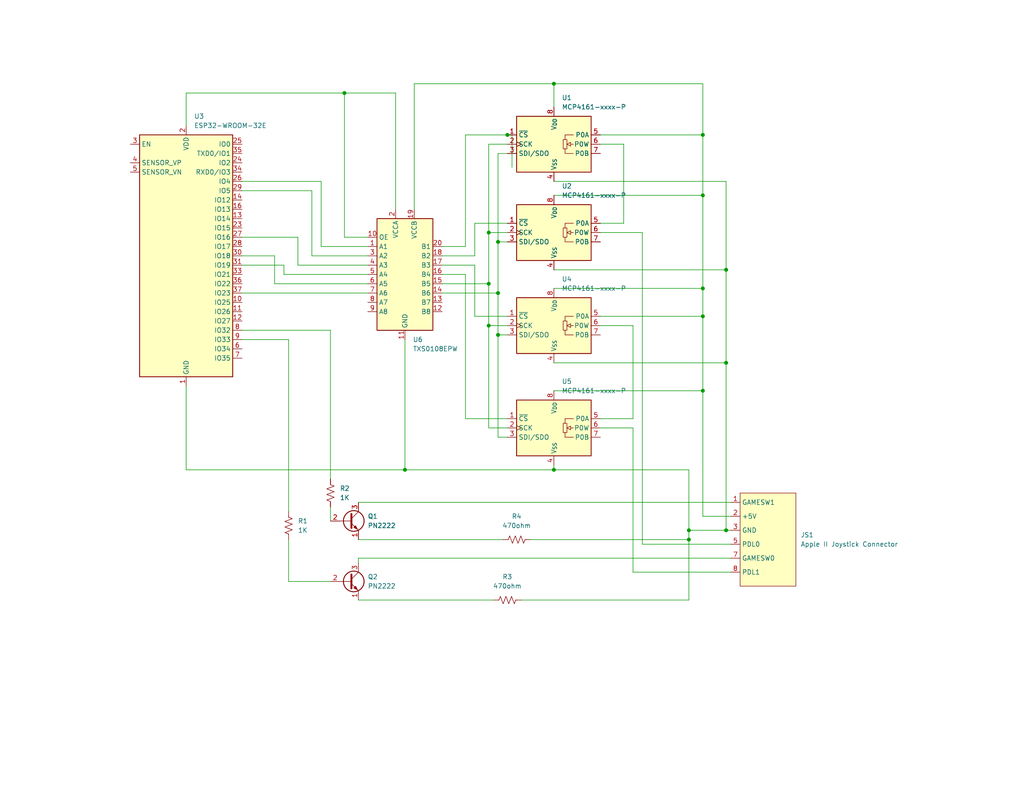
<source format=kicad_sch>
(kicad_sch (version 20250114) (generator "eeschema") (generator_version "9.0")
  (paper "USLetter")
  (lib_symbols
    (symbol "Device:R_US" (pin_numbers (hide yes)) (pin_names (offset 0))
      (property "Reference" "R" (at 2.54 0 90))
      (property "Value" "R_US" (at -2.54 0 90))
      (symbol "R_US_0_1"
        (polyline (pts (xy 0 2.286) (xy 0 2.54)))
        (polyline (pts (xy 0 2.286) (xy 1.016 1.905) (xy 0 1.524) (xy -1.016 1.143) (xy 0 0.762)))
        (polyline (pts (xy 0 0.762) (xy 1.016 0.381) (xy 0 0) (xy -1.016 -0.381) (xy 0 -0.762)))
        (polyline (pts (xy 0 -0.762) (xy 1.016 -1.143) (xy 0 -1.524) (xy -1.016 -1.905) (xy 0 -2.286)))
        (polyline (pts (xy 0 -2.286) (xy 0 -2.54)))
      )
      (symbol "R_US_1_1"
        (pin passive line (at 0 3.81 270) (length 1.27) (name "~") (number "1"))
        (pin passive line (at 0 -3.81 90) (length 1.27) (name "~") (number "2"))
      )
    )
    (symbol "Logic_LevelTranslator:TXS0108EPW"
      (property "Reference" "U" (at -6.35 16.51 0))
      (property "Value" "TXS0108EPW" (at 3.81 16.51 0))
      (symbol "TXS0108EPW_0_1"
        (rectangle (start -7.62 15.24) (end 7.62 -15.24) (stroke (width 0.254)) (fill (type background)))
      )
      (symbol "TXS0108EPW_1_1"
        (pin input line (at -10.16 10.16 0) (length 2.54) (name "OE") (number "10"))
        (pin bidirectional line (at -10.16 7.62 0) (length 2.54) (name "A1") (number "1"))
        (pin bidirectional line (at -10.16 5.08 0) (length 2.54) (name "A2") (number "3"))
        (pin bidirectional line (at -10.16 2.54 0) (length 2.54) (name "A3") (number "4"))
        (pin bidirectional line (at -10.16 0 0) (length 2.54) (name "A4") (number "5"))
        (pin bidirectional line (at -10.16 -2.54 0) (length 2.54) (name "A5") (number "6"))
        (pin bidirectional line (at -10.16 -5.08 0) (length 2.54) (name "A6") (number "7"))
        (pin bidirectional line (at -10.16 -7.62 0) (length 2.54) (name "A7") (number "8"))
        (pin bidirectional line (at -10.16 -10.16 0) (length 2.54) (name "A8") (number "9"))
        (pin power_in line (at -2.54 17.78 270) (length 2.54) (name "VCCA") (number "2"))
        (pin power_in line (at 0 -17.78 90) (length 2.54) (name "GND") (number "11"))
        (pin power_in line (at 2.54 17.78 270) (length 2.54) (name "VCCB") (number "19"))
        (pin bidirectional line (at 10.16 7.62 180) (length 2.54) (name "B1") (number "20"))
        (pin bidirectional line (at 10.16 5.08 180) (length 2.54) (name "B2") (number "18"))
        (pin bidirectional line (at 10.16 2.54 180) (length 2.54) (name "B3") (number "17"))
        (pin bidirectional line (at 10.16 0 180) (length 2.54) (name "B4") (number "16"))
        (pin bidirectional line (at 10.16 -2.54 180) (length 2.54) (name "B5") (number "15"))
        (pin bidirectional line (at 10.16 -5.08 180) (length 2.54) (name "B6") (number "14"))
        (pin bidirectional line (at 10.16 -7.62 180) (length 2.54) (name "B7") (number "13"))
        (pin bidirectional line (at 10.16 -10.16 180) (length 2.54) (name "B8") (number "12"))
      )
    )
    (symbol "Potentiometer_Digital:MCP4161-xxxx-P"
      (property "Reference" "U" (at 2.54 11.43 0))
      (property "Value" "MCP4161-xxxx-P" (at 2.54 8.89 0))
      (symbol "MCP4161-xxxx-P_0_0"
        (pin input line (at -12.7 2.54 0) (length 2.54) (name "~{CS}") (number "1"))
        (pin input clock (at -12.7 0 0) (length 2.54) (name "SCK") (number "2"))
        (pin bidirectional line (at -12.7 -2.54 0) (length 2.54) (name "SDI/SDO") (number "3"))
        (pin power_in line (at 0 10.16 270) (length 2.54) (name "V_{DD}") (number "8"))
        (pin power_in line (at 0 -10.16 90) (length 2.54) (name "V_{SS}") (number "4"))
        (pin passive line (at 12.7 2.54 180) (length 2.54) (name "P0A") (number "5"))
        (pin passive line (at 12.7 0 180) (length 2.54) (name "P0W") (number "6"))
        (pin passive line (at 12.7 -2.54 180) (length 2.54) (name "P0B") (number "7"))
      )
      (symbol "MCP4161-xxxx-P_0_1"
        (rectangle (start 2.54 1.27) (end 3.556 -1.27))
        (polyline (pts (xy 3.048 -1.27) (xy 3.048 -2.54) (xy 5.334 -2.54)))
        (polyline (pts (xy 4.572 0.508) (xy 3.556 0) (xy 4.572 -0.508) (xy 4.572 0.508)))
        (polyline (pts (xy 4.572 0) (xy 5.334 0)))
        (polyline (pts (xy 5.334 2.54) (xy 3.048 2.54) (xy 3.048 1.27)))
      )
      (symbol "MCP4161-xxxx-P_1_1"
        (rectangle (start -10.16 7.62) (end 10.16 -7.62) (stroke (width 0.254)) (fill (type background)))
      )
    )
    (symbol "RF_Module:ESP32-WROOM-32E"
      (property "Reference" "U" (at -12.7 34.29 0))
      (property "Value" "ESP32-WROOM-32E" (at 1.27 34.29 0))
      (symbol "ESP32-WROOM-32E_0_1"
        (rectangle (start -12.7 33.02) (end 12.7 -33.02) (stroke (width 0.254)) (fill (type background)))
      )
      (symbol "ESP32-WROOM-32E_1_1"
        (pin input line (at -15.24 30.48 0) (length 2.54) (name "EN") (number "3"))
        (pin input line (at -15.24 25.4 0) (length 2.54) (name "SENSOR_VP") (number "4"))
        (pin input line (at -15.24 22.86 0) (length 2.54) (name "SENSOR_VN") (number "5"))
        (pin no_connect line (at -12.7 0 0) (length 2.54) (hide yes) (name "NC") (number "21"))
        (pin no_connect line (at -12.7 -2.54 0) (length 2.54) (hide yes) (name "NC") (number "22"))
        (pin no_connect line (at -12.7 -5.08 0) (length 2.54) (hide yes) (name "NC") (number "17"))
        (pin no_connect line (at -12.7 -7.62 0) (length 2.54) (hide yes) (name "NC") (number "18"))
        (pin no_connect line (at -12.7 -10.16 0) (length 2.54) (hide yes) (name "NC") (number "20"))
        (pin no_connect line (at -12.7 -12.7 0) (length 2.54) (hide yes) (name "NC") (number "19"))
        (pin no_connect line (at -12.7 -27.94 0) (length 2.54) (hide yes) (name "NC") (number "32"))
        (pin power_in line (at 0 35.56 270) (length 2.54) (name "VDD") (number "2"))
        (pin power_in line (at 0 -35.56 90) (length 2.54) (name "GND") (number "1"))
        (pin passive line (at 0 -35.56 90) (length 2.54) (hide yes) (name "GND") (number "15"))
        (pin passive line (at 0 -35.56 90) (length 2.54) (hide yes) (name "GND") (number "38"))
        (pin passive line (at 0 -35.56 90) (length 2.54) (hide yes) (name "GND") (number "39"))
        (pin bidirectional line (at 15.24 30.48 180) (length 2.54) (name "IO0") (number "25"))
        (pin bidirectional line (at 15.24 27.94 180) (length 2.54) (name "TXD0/IO1") (number "35"))
        (pin bidirectional line (at 15.24 25.4 180) (length 2.54) (name "IO2") (number "24"))
        (pin bidirectional line (at 15.24 22.86 180) (length 2.54) (name "RXD0/IO3") (number "34"))
        (pin bidirectional line (at 15.24 20.32 180) (length 2.54) (name "IO4") (number "26"))
        (pin bidirectional line (at 15.24 17.78 180) (length 2.54) (name "IO5") (number "29"))
        (pin bidirectional line (at 15.24 15.24 180) (length 2.54) (name "IO12") (number "14"))
        (pin bidirectional line (at 15.24 12.7 180) (length 2.54) (name "IO13") (number "16"))
        (pin bidirectional line (at 15.24 10.16 180) (length 2.54) (name "IO14") (number "13"))
        (pin bidirectional line (at 15.24 7.62 180) (length 2.54) (name "IO15") (number "23"))
        (pin bidirectional line (at 15.24 5.08 180) (length 2.54) (name "IO16") (number "27"))
        (pin bidirectional line (at 15.24 2.54 180) (length 2.54) (name "IO17") (number "28"))
        (pin bidirectional line (at 15.24 0 180) (length 2.54) (name "IO18") (number "30"))
        (pin bidirectional line (at 15.24 -2.54 180) (length 2.54) (name "IO19") (number "31"))
        (pin bidirectional line (at 15.24 -5.08 180) (length 2.54) (name "IO21") (number "33"))
        (pin bidirectional line (at 15.24 -7.62 180) (length 2.54) (name "IO22") (number "36"))
        (pin bidirectional line (at 15.24 -10.16 180) (length 2.54) (name "IO23") (number "37"))
        (pin bidirectional line (at 15.24 -12.7 180) (length 2.54) (name "IO25") (number "10"))
        (pin bidirectional line (at 15.24 -15.24 180) (length 2.54) (name "IO26") (number "11"))
        (pin bidirectional line (at 15.24 -17.78 180) (length 2.54) (name "IO27") (number "12"))
        (pin bidirectional line (at 15.24 -20.32 180) (length 2.54) (name "IO32") (number "8"))
        (pin bidirectional line (at 15.24 -22.86 180) (length 2.54) (name "IO33") (number "9"))
        (pin input line (at 15.24 -25.4 180) (length 2.54) (name "IO34") (number "6"))
        (pin input line (at 15.24 -27.94 180) (length 2.54) (name "IO35") (number "7"))
      )
    )
    (symbol "Transistor_BJT:PN2222A" (pin_names (offset 0) (hide yes))
      (property "Reference" "Q" (at 5.08 1.905 0))
      (property "Value" "PN2222A" (at 5.08 0 0))
      (symbol "PN2222A_0_1"
        (polyline (pts (xy -2.54 0) (xy 0.635 0)))
        (polyline (pts (xy 0.635 1.905) (xy 0.635 -1.905)) (stroke (width 0.508)))
        (circle (center 1.27 0) (radius 2.8194) (stroke (width 0.254)))
      )
      (symbol "PN2222A_1_1"
        (polyline (pts (xy 0.635 0.635) (xy 2.54 2.54)))
        (polyline (pts (xy 0.635 -0.635) (xy 2.54 -2.54)))
        (polyline (pts (xy 1.27 -1.778) (xy 1.778 -1.27) (xy 2.286 -2.286) (xy 1.27 -1.778)) (fill (type outline)))
        (pin input line (at -5.08 0 0) (length 2.54) (name "B") (number "2"))
        (pin passive line (at 2.54 5.08 270) (length 2.54) (name "C") (number "3"))
        (pin passive line (at 2.54 -5.08 90) (length 2.54) (name "E") (number "1"))
      )
    )
    (symbol "kicadlib:AppleIIJoystick"
      (property "Reference" "JS" (at 0 6.096 0))
      (symbol "AppleIIJoystick_0_1"
        (rectangle (start -7.62 3.81) (end 7.62 -21.59) (fill (type color) (color 255 255 194 1)))
      )
      (symbol "AppleIIJoystick_1_1"
        (pin input line (at -10.16 1.27 0) (length 2.54) (name "GAMESW1") (number "1"))
        (pin output line (at -10.16 -2.54 0) (length 2.54) (name "+5V") (number "2"))
        (pin input line (at -10.16 -6.35 0) (length 2.54) (name "GND") (number "3"))
        (pin output line (at -10.16 -10.16 0) (length 2.54) (name "PDL0") (number "5"))
        (pin input line (at -10.16 -13.97 0) (length 2.54) (name "GAMESW0") (number "7"))
        (pin output line (at -10.16 -17.78 0) (length 2.54) (name "PDL1") (number "8"))
      )
    )
  )
  (junction (at 198.12 73.66))
  (junction (at 135.89 80.01))
  (junction (at 198.12 144.78))
  (junction (at 187.96 144.78))
  (junction (at 138.43 36.83))
  (junction (at 133.35 88.9))
  (junction (at 191.77 36.83))
  (junction (at 191.77 78.74))
  (junction (at 191.77 106.68))
  (junction (at 187.96 147.32))
  (junction (at 110.49 128.27))
  (junction (at 133.35 77.47))
  (junction (at 135.89 66.04))
  (junction (at 198.12 99.06))
  (junction (at 133.35 63.5))
  (junction (at 93.98 25.4))
  (junction (at 191.77 53.34))
  (junction (at 191.77 86.36))
  (junction (at 151.13 22.86))
  (junction (at 151.13 128.27))
  (junction (at 135.89 91.44))
  (wire (pts (xy 129.54 69.85) (xy 129.54 60.96)))
  (wire (pts (xy 129.54 72.39) (xy 129.54 86.36)))
  (wire (pts (xy 135.89 41.91) (xy 138.43 41.91)))
  (wire (pts (xy 198.12 144.78) (xy 199.39 144.78)))
  (wire (pts (xy 151.13 127) (xy 151.13 128.27)))
  (wire (pts (xy 135.89 66.04) (xy 138.43 66.04)))
  (wire (pts (xy 127 36.83) (xy 138.43 36.83)))
  (wire (pts (xy 50.8 25.4) (xy 93.98 25.4)))
  (wire (pts (xy 90.17 138.43) (xy 90.17 142.24)))
  (wire (pts (xy 163.83 114.3) (xy 172.72 114.3)))
  (wire (pts (xy 66.04 64.77) (xy 81.28 64.77)))
  (wire (pts (xy 90.17 90.17) (xy 90.17 130.81)))
  (wire (pts (xy 175.26 148.59) (xy 199.39 148.59)))
  (wire (pts (xy 74.93 69.85) (xy 74.93 77.47)))
  (wire (pts (xy 133.35 63.5) (xy 133.35 39.37)))
  (wire (pts (xy 191.77 22.86) (xy 191.77 36.83)))
  (wire (pts (xy 120.65 80.01) (xy 135.89 80.01)))
  (wire (pts (xy 151.13 53.34) (xy 191.77 53.34)))
  (wire (pts (xy 127 114.3) (xy 138.43 114.3)))
  (wire (pts (xy 50.8 105.41) (xy 50.8 128.27)))
  (wire (pts (xy 187.96 147.32) (xy 187.96 144.78)))
  (wire (pts (xy 198.12 99.06) (xy 198.12 144.78)))
  (wire (pts (xy 120.65 67.31) (xy 127 67.31)))
  (wire (pts (xy 198.12 49.53) (xy 198.12 73.66)))
  (wire (pts (xy 113.03 22.86) (xy 151.13 22.86)))
  (wire (pts (xy 163.83 63.5) (xy 175.26 63.5)))
  (wire (pts (xy 151.13 99.06) (xy 198.12 99.06)))
  (wire (pts (xy 151.13 78.74) (xy 191.77 78.74)))
  (wire (pts (xy 191.77 140.97) (xy 199.39 140.97)))
  (wire (pts (xy 107.95 25.4) (xy 107.95 57.15)))
  (wire (pts (xy 93.98 25.4) (xy 107.95 25.4)))
  (wire (pts (xy 133.35 88.9) (xy 138.43 88.9)))
  (wire (pts (xy 66.04 72.39) (xy 77.47 72.39)))
  (wire (pts (xy 66.04 90.17) (xy 90.17 90.17)))
  (wire (pts (xy 170.18 60.96) (xy 163.83 60.96)))
  (wire (pts (xy 97.79 152.4) (xy 97.79 153.67)))
  (wire (pts (xy 93.98 64.77) (xy 93.98 25.4)))
  (wire (pts (xy 135.89 91.44) (xy 135.89 119.38)))
  (wire (pts (xy 191.77 78.74) (xy 191.77 86.36)))
  (wire (pts (xy 138.43 116.84) (xy 133.35 116.84)))
  (wire (pts (xy 151.13 106.68) (xy 191.77 106.68)))
  (wire (pts (xy 129.54 86.36) (xy 138.43 86.36)))
  (wire (pts (xy 66.04 49.53) (xy 87.63 49.53)))
  (wire (pts (xy 187.96 163.83) (xy 187.96 147.32)))
  (wire (pts (xy 100.33 64.77) (xy 93.98 64.77)))
  (wire (pts (xy 110.49 128.27) (xy 151.13 128.27)))
  (wire (pts (xy 163.83 39.37) (xy 170.18 39.37)))
  (wire (pts (xy 170.18 39.37) (xy 170.18 60.96)))
  (wire (pts (xy 81.28 64.77) (xy 81.28 72.39)))
  (wire (pts (xy 138.43 119.38) (xy 135.89 119.38)))
  (wire (pts (xy 172.72 116.84) (xy 172.72 156.21)))
  (wire (pts (xy 120.65 77.47) (xy 133.35 77.47)))
  (wire (pts (xy 133.35 77.47) (xy 133.35 63.5)))
  (wire (pts (xy 142.24 163.83) (xy 187.96 163.83)))
  (wire (pts (xy 151.13 29.21) (xy 151.13 22.86)))
  (wire (pts (xy 135.89 80.01) (xy 135.89 66.04)))
  (wire (pts (xy 187.96 144.78) (xy 198.12 144.78)))
  (wire (pts (xy 135.89 80.01) (xy 135.89 91.44)))
  (wire (pts (xy 129.54 60.96) (xy 138.43 60.96)))
  (wire (pts (xy 199.39 152.4) (xy 97.79 152.4)))
  (wire (pts (xy 133.35 116.84) (xy 133.35 88.9)))
  (wire (pts (xy 97.79 137.16) (xy 199.39 137.16)))
  (wire (pts (xy 151.13 22.86) (xy 191.77 22.86)))
  (wire (pts (xy 50.8 34.29) (xy 50.8 25.4)))
  (wire (pts (xy 191.77 53.34) (xy 191.77 78.74)))
  (wire (pts (xy 127 67.31) (xy 127 36.83)))
  (wire (pts (xy 135.89 91.44) (xy 138.43 91.44)))
  (wire (pts (xy 78.74 92.71) (xy 78.74 139.7)))
  (wire (pts (xy 151.13 49.53) (xy 198.12 49.53)))
  (wire (pts (xy 87.63 49.53) (xy 87.63 67.31)))
  (wire (pts (xy 97.79 163.83) (xy 134.62 163.83)))
  (wire (pts (xy 172.72 156.21) (xy 199.39 156.21)))
  (wire (pts (xy 78.74 158.75) (xy 90.17 158.75)))
  (wire (pts (xy 163.83 88.9) (xy 172.72 88.9)))
  (wire (pts (xy 151.13 73.66) (xy 198.12 73.66)))
  (wire (pts (xy 191.77 106.68) (xy 191.77 140.97)))
  (wire (pts (xy 175.26 63.5) (xy 175.26 148.59)))
  (wire (pts (xy 77.47 74.93) (xy 100.33 74.93)))
  (wire (pts (xy 135.89 66.04) (xy 135.89 41.91)))
  (wire (pts (xy 66.04 80.01) (xy 100.33 80.01)))
  (wire (pts (xy 163.83 36.83) (xy 191.77 36.83)))
  (wire (pts (xy 81.28 72.39) (xy 100.33 72.39)))
  (wire (pts (xy 151.13 128.27) (xy 187.96 128.27)))
  (wire (pts (xy 110.49 92.71) (xy 110.49 128.27)))
  (wire (pts (xy 85.09 69.85) (xy 100.33 69.85)))
  (wire (pts (xy 127 74.93) (xy 127 114.3)))
  (wire (pts (xy 191.77 36.83) (xy 191.77 53.34)))
  (wire (pts (xy 172.72 88.9) (xy 172.72 114.3)))
  (wire (pts (xy 85.09 52.07) (xy 85.09 69.85)))
  (wire (pts (xy 133.35 63.5) (xy 138.43 63.5)))
  (wire (pts (xy 74.93 77.47) (xy 100.33 77.47)))
  (wire (pts (xy 120.65 72.39) (xy 129.54 72.39)))
  (wire (pts (xy 113.03 57.15) (xy 113.03 22.86)))
  (wire (pts (xy 163.83 86.36) (xy 191.77 86.36)))
  (wire (pts (xy 139.7 45.72) (xy 139.7 36.83)))
  (wire (pts (xy 66.04 69.85) (xy 74.93 69.85)))
  (wire (pts (xy 139.7 36.83) (xy 138.43 36.83)))
  (wire (pts (xy 66.04 52.07) (xy 85.09 52.07)))
  (wire (pts (xy 187.96 128.27) (xy 187.96 144.78)))
  (wire (pts (xy 78.74 147.32) (xy 78.74 158.75)))
  (wire (pts (xy 50.8 128.27) (xy 110.49 128.27)))
  (wire (pts (xy 144.78 147.32) (xy 187.96 147.32)))
  (wire (pts (xy 66.04 92.71) (xy 78.74 92.71)))
  (wire (pts (xy 120.65 69.85) (xy 129.54 69.85)))
  (wire (pts (xy 120.65 74.93) (xy 127 74.93)))
  (wire (pts (xy 97.79 147.32) (xy 137.16 147.32)))
  (wire (pts (xy 133.35 39.37) (xy 138.43 39.37)))
  (wire (pts (xy 133.35 88.9) (xy 133.35 77.47)))
  (wire (pts (xy 163.83 116.84) (xy 172.72 116.84)))
  (wire (pts (xy 87.63 67.31) (xy 100.33 67.31)))
  (wire (pts (xy 191.77 86.36) (xy 191.77 106.68)))
  (wire (pts (xy 198.12 73.66) (xy 198.12 99.06)))
  (wire (pts (xy 77.47 72.39) (xy 77.47 74.93)))
  (symbol (lib_id "Logic_LevelTranslator:TXS0108EPW") (at 110.49 74.93 0) (unit 1)
    (property "Reference" "U6" (at 112.6333 92.71 0) (effects (justify left)))
    (property "Value" "TXS0108EPW" (at 112.6333 95.25 0) (effects (justify left)))
    (property "Footprint" "Package_SO:TSSOP-20_4.4x6.5mm_P0.65mm" (effects (hide yes)))
    (property "Datasheet" "www.ti.com/lit/ds/symlink/txs0108e.pdf" (effects (hide yes)))
    (property "Description" "Bidirectional  level-shifting voltage translator, TSSOP-20" (effects (hide yes)))
  )
  (symbol (lib_id "Transistor_BJT:PN2222A") (at 95.25 142.24 0) (unit 1)
    (property "Reference" "Q1" (at 100.33 140.9699 0) (effects (justify left)))
    (property "Value" "PN2222" (at 100.33 143.5099 0) (effects (justify left)))
    (property "Footprint" "Package_TO_SOT_THT:TO-92_Inline" (effects (hide yes)))
    (property "Datasheet" "https://www.onsemi.com/pub/Collateral/PN2222-D.PDF" (effects (hide yes)))
    (property "Description" "1A Ic, 40V Vce, NPN Transistor, General Purpose Transistor, TO-92" (effects (hide yes)))
  )
  (symbol (lib_id "Potentiometer_Digital:MCP4161-xxxx-P") (at 151.13 39.37 0) (unit 1)
    (property "Reference" "U1" (at 153.2733 26.67 0) (effects (justify left)))
    (property "Value" "MCP4161-xxxx-P" (at 153.2733 29.21 0) (effects (justify left)))
    (property "Footprint" "Package_DIP:DIP-8_W7.62mm" (effects (hide yes)))
    (property "Datasheet" "https://ww1.microchip.com/downloads/aemDocuments/documents/OTH/ProductDocuments/DataSheets/22059b.pdf" (effects (hide yes)))
    (property "Description" "Single Digital Potentiometer, SPI interface, 257 taps, 5/10/50/100 kohm, non-volatile memory" (effects (hide yes)))
  )
  (symbol (lib_id "Device:R_US") (at 90.17 134.62 0) (unit 1)
    (property "Reference" "R2" (at 92.71 133.3499 0) (effects (justify left)))
    (property "Value" "1K" (at 92.71 135.8899 0) (effects (justify left)))
    (property "Description" "Resistor, US symbol" (effects (hide yes)))
  )
  (symbol (lib_id "Potentiometer_Digital:MCP4161-xxxx-P") (at 151.13 88.9 0) (unit 1)
    (property "Reference" "U4" (at 153.2733 76.2 0) (effects (justify left)))
    (property "Value" "MCP4161-xxxx-P" (at 153.2733 78.74 0) (effects (justify left)))
    (property "Footprint" "Package_DIP:DIP-8_W7.62mm" (effects (hide yes)))
    (property "Datasheet" "https://ww1.microchip.com/downloads/aemDocuments/documents/OTH/ProductDocuments/DataSheets/22059b.pdf" (effects (hide yes)))
    (property "Description" "Single Digital Potentiometer, SPI interface, 257 taps, 5/10/50/100 kohm, non-volatile memory" (effects (hide yes)))
  )
  (symbol (lib_id "Transistor_BJT:PN2222A") (at 95.25 158.75 0) (unit 1)
    (property "Reference" "Q2" (at 100.33 157.4799 0) (effects (justify left)))
    (property "Value" "PN2222" (at 100.33 160.0199 0) (effects (justify left)))
    (property "Footprint" "Package_TO_SOT_THT:TO-92_Inline" (effects (hide yes)))
    (property "Datasheet" "https://www.onsemi.com/pub/Collateral/PN2222-D.PDF" (effects (hide yes)))
    (property "Description" "1A Ic, 40V Vce, NPN Transistor, General Purpose Transistor, TO-92" (effects (hide yes)))
  )
  (symbol (lib_id "Device:R_US") (at 78.74 143.51 0) (unit 1)
    (property "Reference" "R1" (at 81.28 142.2399 0) (effects (justify left)))
    (property "Value" "1K" (at 81.28 144.7799 0) (effects (justify left)))
    (property "Description" "Resistor, US symbol" (effects (hide yes)))
  )
  (symbol (lib_id "Device:R_US") (at 140.97 147.32 90) (unit 1)
    (property "Reference" "R4" (at 140.97 140.97 90))
    (property "Value" "470ohm" (at 140.97 143.51 90))
    (property "Description" "Resistor, US symbol" (effects (hide yes)))
  )
  (symbol (lib_id "Potentiometer_Digital:MCP4161-xxxx-P") (at 151.13 63.5 0) (unit 1)
    (property "Reference" "U2" (at 153.2733 50.8 0) (effects (justify left)))
    (property "Value" "MCP4161-xxxx-P" (at 153.2733 53.34 0) (effects (justify left)))
    (property "Footprint" "Package_DIP:DIP-8_W7.62mm" (effects (hide yes)))
    (property "Datasheet" "https://ww1.microchip.com/downloads/aemDocuments/documents/OTH/ProductDocuments/DataSheets/22059b.pdf" (effects (hide yes)))
    (property "Description" "Single Digital Potentiometer, SPI interface, 257 taps, 5/10/50/100 kohm, non-volatile memory" (effects (hide yes)))
  )
  (symbol (lib_id "Potentiometer_Digital:MCP4161-xxxx-P") (at 151.13 116.84 0) (unit 1)
    (property "Reference" "U5" (at 153.2733 104.14 0) (effects (justify left)))
    (property "Value" "MCP4161-xxxx-P" (at 153.2733 106.68 0) (effects (justify left)))
    (property "Footprint" "Package_DIP:DIP-8_W7.62mm" (effects (hide yes)))
    (property "Datasheet" "https://ww1.microchip.com/downloads/aemDocuments/documents/OTH/ProductDocuments/DataSheets/22059b.pdf" (effects (hide yes)))
    (property "Description" "Single Digital Potentiometer, SPI interface, 257 taps, 5/10/50/100 kohm, non-volatile memory" (effects (hide yes)))
  )
  (symbol (lib_id "kicadlib:AppleIIJoystick") (at 209.55 138.43 0) (unit 1)
    (property "Reference" "JS1" (at 218.44 146.0499 0) (effects (justify left)))
    (property "Value" "Apple II Joystick Connector" (at 218.44 148.5899 0) (effects (justify left)))
  )
  (symbol (lib_id "RF_Module:ESP32-WROOM-32E") (at 50.8 69.85 0) (unit 1)
    (property "Reference" "U3" (at 52.9433 31.75 0) (effects (justify left)))
    (property "Value" "ESP32-WROOM-32E" (at 52.9433 34.29 0) (effects (justify left)))
    (property "Footprint" "RF_Module:ESP32-WROOM-32D" (effects (hide yes)))
    (property "Datasheet" "https://www.espressif.com/sites/default/files/documentation/esp32-wroom-32e_esp32-wroom-32ue_datasheet_en.pdf" (effects (hide yes)))
    (property "Description" "RF Module, ESP32-D0WD-V3 SoC, without PSRAM, Wi-Fi 802.11b/g/n, Bluetooth, BLE, 32-bit, 2.7-3.6V, onboard antenna, SMD" (effects (hide yes)))
  )
  (symbol (lib_id "Device:R_US") (at 138.43 163.83 90) (unit 1)
    (property "Reference" "R3" (at 138.43 157.48 90))
    (property "Value" "470ohm" (at 138.43 160.02 90))
    (property "Description" "Resistor, US symbol" (effects (hide yes)))
  )
)
</source>
